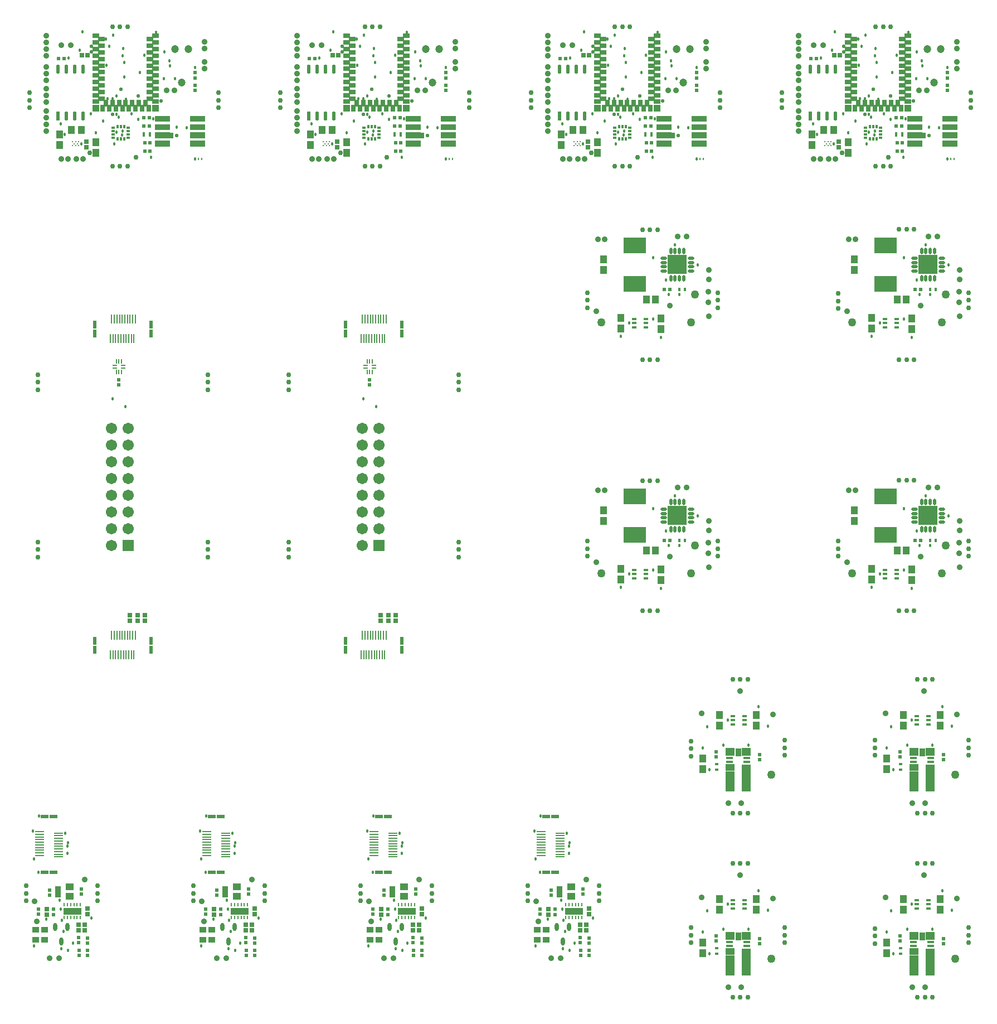
<source format=gts>
G04*
G04 #@! TF.GenerationSoftware,Altium Limited,Altium Designer,21.9.1 (22)*
G04*
G04 Layer_Color=8388736*
%FSLAX25Y25*%
%MOIN*%
G70*
G04*
G04 #@! TF.SameCoordinates,13B4354E-90E4-473D-AD5A-126374568DC2*
G04*
G04*
G04 #@! TF.FilePolarity,Negative*
G04*
G01*
G75*
%ADD10R,0.03150X0.01378*%
%ADD11R,0.03985X0.04758*%
%ADD16R,0.13500X0.09500*%
%ADD17R,0.01575X0.01968*%
%ADD18R,0.02423X0.02254*%
%ADD25R,0.02047X0.02047*%
%ADD26R,0.02578X0.00787*%
%ADD27R,0.00787X0.02578*%
%ADD28R,0.01968X0.04724*%
%ADD29R,0.00984X0.05315*%
%ADD36R,0.04100X0.01300*%
%ADD37R,0.01968X0.01575*%
%ADD38R,0.01860X0.02029*%
%ADD39R,0.02254X0.02423*%
%ADD40R,0.01860X0.01843*%
%ADD41R,0.00984X0.01181*%
%ADD42R,0.08900X0.03500*%
%ADD43R,0.11000X0.03500*%
%ADD44R,0.02047X0.02047*%
%ADD45R,0.01772X0.02657*%
%ADD46R,0.01378X0.02264*%
%ADD47R,0.02264X0.01378*%
%ADD48R,0.03961X0.05151*%
%ADD54R,0.02044X0.05588*%
G04:AMPARAMS|DCode=55|XSize=55.88mil|YSize=20.44mil|CornerRadius=10.22mil|HoleSize=0mil|Usage=FLASHONLY|Rotation=90.000|XOffset=0mil|YOffset=0mil|HoleType=Round|Shape=RoundedRectangle|*
%AMROUNDEDRECTD55*
21,1,0.05588,0.00000,0,0,90.0*
21,1,0.03544,0.02044,0,0,90.0*
1,1,0.02044,0.00000,0.01772*
1,1,0.02044,0.00000,-0.01772*
1,1,0.02044,0.00000,-0.01772*
1,1,0.02044,0.00000,0.01772*
%
%ADD55ROUNDEDRECTD55*%
%ADD56C,0.00900*%
G04:AMPARAMS|DCode=57|XSize=23.62mil|YSize=49.21mil|CornerRadius=11.81mil|HoleSize=0mil|Usage=FLASHONLY|Rotation=180.000|XOffset=0mil|YOffset=0mil|HoleType=Round|Shape=RoundedRectangle|*
%AMROUNDEDRECTD57*
21,1,0.02362,0.02559,0,0,180.0*
21,1,0.00000,0.04921,0,0,180.0*
1,1,0.02362,0.00000,0.01280*
1,1,0.02362,0.00000,0.01280*
1,1,0.02362,0.00000,-0.01280*
1,1,0.02362,0.00000,-0.01280*
%
%ADD57ROUNDEDRECTD57*%
%ADD58R,0.04724X0.01968*%
%ADD59R,0.05315X0.00984*%
%ADD62R,0.05151X0.03961*%
%ADD64R,0.01000X0.02200*%
%ADD65R,0.10800X0.04300*%
%ADD66C,0.03000*%
%ADD69C,0.01800*%
%ADD70C,0.05000*%
%ADD74C,0.02200*%
%ADD89O,0.03950X0.01981*%
%ADD90O,0.01981X0.03950*%
%ADD91R,0.11351X0.11351*%
%ADD92R,0.03950X0.04540*%
%ADD93R,0.02965X0.03162*%
%ADD94R,0.05600X0.16400*%
%ADD95R,0.03261X0.04887*%
%ADD96R,0.05600X0.12100*%
%ADD97R,0.05600X0.04000*%
%ADD98R,0.05576X0.04587*%
%ADD99R,0.02572X0.02572*%
%ADD100R,0.03937X0.03150*%
%ADD101R,0.03937X0.03937*%
%ADD102R,0.03150X0.03937*%
%ADD103R,0.03937X0.03937*%
%ADD104R,0.04343X0.03556*%
%ADD105R,0.03241X0.03398*%
%ADD106R,0.02572X0.02572*%
%ADD107C,0.03556*%
%ADD108C,0.02769*%
%ADD109R,0.06706X0.06706*%
%ADD110C,0.06706*%
%ADD111C,0.04702*%
G36*
X669981Y640632D02*
X661082D01*
Y644132D01*
X669981D01*
Y640632D01*
D02*
G37*
G36*
X648918D02*
X640019D01*
Y644132D01*
X648918D01*
Y640632D01*
D02*
G37*
G36*
X519981D02*
X511082D01*
Y644132D01*
X519981D01*
Y640632D01*
D02*
G37*
G36*
X498918D02*
X490019D01*
Y644132D01*
X498918D01*
Y640632D01*
D02*
G37*
G36*
X369982D02*
X361082D01*
Y644132D01*
X369982D01*
Y640632D01*
D02*
G37*
G36*
X348919D02*
X340019D01*
Y644132D01*
X348919D01*
Y640632D01*
D02*
G37*
G36*
X219982D02*
X211082D01*
Y644132D01*
X219982D01*
Y640632D01*
D02*
G37*
G36*
X198918D02*
X190018D01*
Y644132D01*
X198918D01*
Y640632D01*
D02*
G37*
G36*
X669981Y635711D02*
X661082D01*
Y639211D01*
X669981D01*
Y635711D01*
D02*
G37*
G36*
X648918D02*
X640019D01*
Y639211D01*
X648918D01*
Y635711D01*
D02*
G37*
G36*
X519981D02*
X511082D01*
Y639211D01*
X519981D01*
Y635711D01*
D02*
G37*
G36*
X498918D02*
X490019D01*
Y639211D01*
X498918D01*
Y635711D01*
D02*
G37*
G36*
X369982D02*
X361082D01*
Y639211D01*
X369982D01*
Y635711D01*
D02*
G37*
G36*
X348919D02*
X340019D01*
Y639211D01*
X348919D01*
Y635711D01*
D02*
G37*
G36*
X219982D02*
X211082D01*
Y639211D01*
X219982D01*
Y635711D01*
D02*
G37*
G36*
X198918D02*
X190018D01*
Y639211D01*
X198918D01*
Y635711D01*
D02*
G37*
G36*
X669981Y630789D02*
X661082D01*
Y634289D01*
X669981D01*
Y630789D01*
D02*
G37*
G36*
X648918D02*
X640019D01*
Y634289D01*
X648918D01*
Y630789D01*
D02*
G37*
G36*
X519981D02*
X511082D01*
Y634289D01*
X519981D01*
Y630789D01*
D02*
G37*
G36*
X498918D02*
X490019D01*
Y634289D01*
X498918D01*
Y630789D01*
D02*
G37*
G36*
X369982D02*
X361082D01*
Y634289D01*
X369982D01*
Y630789D01*
D02*
G37*
G36*
X348919D02*
X340019D01*
Y634289D01*
X348919D01*
Y630789D01*
D02*
G37*
G36*
X219982D02*
X211082D01*
Y634289D01*
X219982D01*
Y630789D01*
D02*
G37*
G36*
X198918D02*
X190018D01*
Y634289D01*
X198918D01*
Y630789D01*
D02*
G37*
G36*
X669981Y625868D02*
X661082D01*
Y629368D01*
X669981D01*
Y625868D01*
D02*
G37*
G36*
X648918D02*
X640019D01*
Y629368D01*
X648918D01*
Y625868D01*
D02*
G37*
G36*
X519981D02*
X511082D01*
Y629368D01*
X519981D01*
Y625868D01*
D02*
G37*
G36*
X498918D02*
X490019D01*
Y629368D01*
X498918D01*
Y625868D01*
D02*
G37*
G36*
X369982D02*
X361082D01*
Y629368D01*
X369982D01*
Y625868D01*
D02*
G37*
G36*
X348919D02*
X340019D01*
Y629368D01*
X348919D01*
Y625868D01*
D02*
G37*
G36*
X219982D02*
X211082D01*
Y629368D01*
X219982D01*
Y625868D01*
D02*
G37*
G36*
X198918D02*
X190018D01*
Y629368D01*
X198918D01*
Y625868D01*
D02*
G37*
D10*
X476500Y372918D02*
D03*
Y370359D02*
D03*
Y367800D02*
D03*
X483705D02*
D03*
Y370359D02*
D03*
Y372918D02*
D03*
X626500D02*
D03*
Y370359D02*
D03*
Y367800D02*
D03*
X633705D02*
D03*
Y370359D02*
D03*
Y372918D02*
D03*
X476500Y522918D02*
D03*
Y520359D02*
D03*
Y517800D02*
D03*
X483705D02*
D03*
Y520359D02*
D03*
Y522918D02*
D03*
X626500D02*
D03*
Y520359D02*
D03*
Y517800D02*
D03*
X633705D02*
D03*
Y520359D02*
D03*
Y522918D02*
D03*
X542705Y175559D02*
D03*
Y173000D02*
D03*
Y170441D02*
D03*
X535500D02*
D03*
Y173000D02*
D03*
Y175559D02*
D03*
X652705D02*
D03*
Y173000D02*
D03*
Y170441D02*
D03*
X645500D02*
D03*
Y173000D02*
D03*
Y175559D02*
D03*
X542705Y285559D02*
D03*
Y283000D02*
D03*
Y280441D02*
D03*
X535500D02*
D03*
Y283000D02*
D03*
Y285559D02*
D03*
X652705D02*
D03*
Y283000D02*
D03*
Y280441D02*
D03*
X645500D02*
D03*
Y283000D02*
D03*
Y285559D02*
D03*
D11*
X468602Y367202D02*
D03*
Y373516D02*
D03*
X492602Y366702D02*
D03*
Y373016D02*
D03*
X458400Y402143D02*
D03*
Y408457D02*
D03*
X618602Y367202D02*
D03*
Y373516D02*
D03*
X642602Y366702D02*
D03*
Y373016D02*
D03*
X608400Y402143D02*
D03*
Y408457D02*
D03*
X468602Y517202D02*
D03*
Y523516D02*
D03*
X492602Y516702D02*
D03*
Y523016D02*
D03*
X458400Y552143D02*
D03*
Y558457D02*
D03*
X618602Y517202D02*
D03*
Y523516D02*
D03*
X642602Y516702D02*
D03*
Y523016D02*
D03*
X608400Y552143D02*
D03*
Y558457D02*
D03*
X549500Y176157D02*
D03*
Y169843D02*
D03*
X527500Y176157D02*
D03*
Y169843D02*
D03*
X517500Y150157D02*
D03*
Y143843D02*
D03*
X659500Y176157D02*
D03*
Y169843D02*
D03*
X637500Y176157D02*
D03*
Y169843D02*
D03*
X627500Y150157D02*
D03*
Y143843D02*
D03*
X549500Y286157D02*
D03*
Y279843D02*
D03*
X527500Y286157D02*
D03*
Y279843D02*
D03*
X517500Y260157D02*
D03*
Y253843D02*
D03*
X659500Y286157D02*
D03*
Y279843D02*
D03*
X637500Y286157D02*
D03*
Y279843D02*
D03*
X627500Y260157D02*
D03*
Y253843D02*
D03*
X154500Y628500D02*
D03*
Y622186D02*
D03*
X132984Y626615D02*
D03*
Y632929D02*
D03*
X304500Y628500D02*
D03*
Y622186D02*
D03*
X282984Y626615D02*
D03*
Y632929D02*
D03*
X454500Y628500D02*
D03*
Y622186D02*
D03*
X432984Y626615D02*
D03*
Y632929D02*
D03*
X604500Y628500D02*
D03*
Y622186D02*
D03*
X582984Y626615D02*
D03*
Y632929D02*
D03*
D16*
X476900Y416800D02*
D03*
Y393800D02*
D03*
X626900Y416800D02*
D03*
Y393800D02*
D03*
X476900Y566800D02*
D03*
Y543800D02*
D03*
X626900Y566800D02*
D03*
Y543800D02*
D03*
D17*
X506900Y390300D02*
D03*
X503750D02*
D03*
X656900D02*
D03*
X653750D02*
D03*
X506900Y540300D02*
D03*
X503750D02*
D03*
X656900D02*
D03*
X653750D02*
D03*
D18*
X494713Y390300D02*
D03*
X498087D02*
D03*
X644713D02*
D03*
X648087D02*
D03*
X494713Y540300D02*
D03*
X498087D02*
D03*
X644713D02*
D03*
X648087D02*
D03*
D25*
X318417Y483331D02*
D03*
Y486481D02*
D03*
X168417Y483331D02*
D03*
Y486481D02*
D03*
X525500Y150925D02*
D03*
Y154075D02*
D03*
X635500Y150925D02*
D03*
Y154075D02*
D03*
X525500Y260925D02*
D03*
Y264075D02*
D03*
X635500Y260925D02*
D03*
Y264075D02*
D03*
X449685Y145575D02*
D03*
Y142425D02*
D03*
X349685Y145575D02*
D03*
Y142425D02*
D03*
X249685Y145575D02*
D03*
Y142425D02*
D03*
X149685Y145575D02*
D03*
Y142425D02*
D03*
D26*
X320887Y495053D02*
D03*
Y493478D02*
D03*
X315947D02*
D03*
Y495053D02*
D03*
X170887D02*
D03*
Y493478D02*
D03*
X165947D02*
D03*
Y495053D02*
D03*
D27*
X319992Y491205D02*
D03*
X318417D02*
D03*
X316842D02*
D03*
Y497326D02*
D03*
X318417D02*
D03*
X319992D02*
D03*
X169992Y491205D02*
D03*
X168417D02*
D03*
X166842D02*
D03*
Y497326D02*
D03*
X168417D02*
D03*
X169992D02*
D03*
D28*
X337511Y514040D02*
D03*
X304047D02*
D03*
X337511Y519552D02*
D03*
X304047D02*
D03*
X337511Y325063D02*
D03*
X304047D02*
D03*
X337511Y330575D02*
D03*
X304047D02*
D03*
X187512Y514040D02*
D03*
X154047D02*
D03*
X187512Y519552D02*
D03*
X154047D02*
D03*
X187512Y325063D02*
D03*
X154047D02*
D03*
X187512Y330575D02*
D03*
X154047D02*
D03*
D29*
X328279Y522603D02*
D03*
X326704D02*
D03*
X325130D02*
D03*
X323555D02*
D03*
X321980D02*
D03*
X320405D02*
D03*
X318830D02*
D03*
X317256D02*
D03*
X315681D02*
D03*
X314106D02*
D03*
X327452Y510989D02*
D03*
X325878D02*
D03*
X324303D02*
D03*
X322728D02*
D03*
X321153D02*
D03*
X319578D02*
D03*
X318004D02*
D03*
X316429D02*
D03*
X314854D02*
D03*
X313279D02*
D03*
X328279Y333626D02*
D03*
X326704D02*
D03*
X325130D02*
D03*
X323555D02*
D03*
X321980D02*
D03*
X320405D02*
D03*
X318830D02*
D03*
X317256D02*
D03*
X315681D02*
D03*
X314106D02*
D03*
X327452Y322012D02*
D03*
X325878D02*
D03*
X324303D02*
D03*
X322728D02*
D03*
X321153D02*
D03*
X319578D02*
D03*
X318004D02*
D03*
X316429D02*
D03*
X314854D02*
D03*
X313279D02*
D03*
X178279Y522603D02*
D03*
X176704D02*
D03*
X175130D02*
D03*
X173555D02*
D03*
X171980D02*
D03*
X170405D02*
D03*
X168830D02*
D03*
X167256D02*
D03*
X165681D02*
D03*
X164106D02*
D03*
X177452Y510989D02*
D03*
X175878D02*
D03*
X174303D02*
D03*
X172728D02*
D03*
X171153D02*
D03*
X169578D02*
D03*
X168004D02*
D03*
X166429D02*
D03*
X164854D02*
D03*
X163279D02*
D03*
X178279Y333626D02*
D03*
X176704D02*
D03*
X175130D02*
D03*
X173555D02*
D03*
X171980D02*
D03*
X170405D02*
D03*
X168830D02*
D03*
X167256D02*
D03*
X165681D02*
D03*
X164106D02*
D03*
X177452Y322012D02*
D03*
X175878D02*
D03*
X174303D02*
D03*
X172728D02*
D03*
X171153D02*
D03*
X169578D02*
D03*
X168004D02*
D03*
X166429D02*
D03*
X164854D02*
D03*
X163279D02*
D03*
D36*
X544000Y148000D02*
D03*
Y150362D02*
D03*
X533724Y148000D02*
D03*
Y150362D02*
D03*
X654000Y148000D02*
D03*
Y150362D02*
D03*
X643724Y148000D02*
D03*
Y150362D02*
D03*
X544000Y258000D02*
D03*
Y260362D02*
D03*
X533724Y258000D02*
D03*
Y260362D02*
D03*
X654000Y258000D02*
D03*
Y260362D02*
D03*
X643724Y258000D02*
D03*
Y260362D02*
D03*
D37*
X526000Y143500D02*
D03*
Y146650D02*
D03*
X636000Y143500D02*
D03*
Y146650D02*
D03*
X526000Y253500D02*
D03*
Y256650D02*
D03*
X636000Y253500D02*
D03*
Y256650D02*
D03*
D38*
X551500Y149510D02*
D03*
Y152490D02*
D03*
X661500Y149510D02*
D03*
Y152490D02*
D03*
X551500Y259510D02*
D03*
Y262490D02*
D03*
X661500Y259510D02*
D03*
Y262490D02*
D03*
X420185Y167210D02*
D03*
Y170190D02*
D03*
X444285Y150010D02*
D03*
Y152990D02*
D03*
X449585Y149910D02*
D03*
Y152890D02*
D03*
X444485Y145490D02*
D03*
Y142510D02*
D03*
X320185Y167210D02*
D03*
Y170190D02*
D03*
X344285Y150010D02*
D03*
Y152990D02*
D03*
X349585Y149910D02*
D03*
Y152890D02*
D03*
X344485Y145490D02*
D03*
Y142510D02*
D03*
X220185Y167210D02*
D03*
Y170190D02*
D03*
X244285Y150010D02*
D03*
Y152990D02*
D03*
X249585Y149910D02*
D03*
Y152890D02*
D03*
X244485Y145490D02*
D03*
Y142510D02*
D03*
X120185Y167210D02*
D03*
Y170190D02*
D03*
X144285Y150010D02*
D03*
Y152990D02*
D03*
X149585Y149910D02*
D03*
Y152890D02*
D03*
X144485Y145490D02*
D03*
Y142510D02*
D03*
D39*
X214000Y666813D02*
D03*
Y670187D02*
D03*
X364000Y666813D02*
D03*
Y670187D02*
D03*
X514000Y666813D02*
D03*
Y670187D02*
D03*
X664000Y666813D02*
D03*
Y670187D02*
D03*
D40*
X214000Y662583D02*
D03*
Y659417D02*
D03*
X364000Y662583D02*
D03*
Y659417D02*
D03*
X514000Y662583D02*
D03*
Y659417D02*
D03*
X664000Y662583D02*
D03*
Y659417D02*
D03*
X446035Y179024D02*
D03*
Y182190D02*
D03*
X427085Y178417D02*
D03*
Y181583D02*
D03*
X429285Y166817D02*
D03*
Y169983D02*
D03*
X346035Y179024D02*
D03*
Y182190D02*
D03*
X327085Y178417D02*
D03*
Y181583D02*
D03*
X329285Y166817D02*
D03*
Y169983D02*
D03*
X246035Y179024D02*
D03*
Y182190D02*
D03*
X227085Y178417D02*
D03*
Y181583D02*
D03*
X229285Y166817D02*
D03*
Y169983D02*
D03*
X146035Y179024D02*
D03*
Y182190D02*
D03*
X127085Y178417D02*
D03*
Y181583D02*
D03*
X129285Y166817D02*
D03*
Y169983D02*
D03*
D41*
X216000Y618500D02*
D03*
X217870D02*
D03*
X366000D02*
D03*
X367870D02*
D03*
X516000D02*
D03*
X517870D02*
D03*
X666000D02*
D03*
X667870D02*
D03*
D42*
X215531Y642382D02*
D03*
Y637461D02*
D03*
Y632539D02*
D03*
Y627618D02*
D03*
X194468D02*
D03*
Y637461D02*
D03*
Y642382D02*
D03*
X365531D02*
D03*
Y637461D02*
D03*
Y632539D02*
D03*
Y627618D02*
D03*
X344468D02*
D03*
Y637461D02*
D03*
Y642382D02*
D03*
X515531D02*
D03*
Y637461D02*
D03*
Y632539D02*
D03*
Y627618D02*
D03*
X494468D02*
D03*
Y637461D02*
D03*
Y642382D02*
D03*
X665531D02*
D03*
Y637461D02*
D03*
Y632539D02*
D03*
Y627618D02*
D03*
X644468D02*
D03*
Y637461D02*
D03*
Y642382D02*
D03*
D43*
X195519Y632539D02*
D03*
X345518D02*
D03*
X495518D02*
D03*
X645518D02*
D03*
D44*
X183463Y643057D02*
D03*
X186612D02*
D03*
X183425Y638000D02*
D03*
X186575D02*
D03*
X132425Y678500D02*
D03*
X135575D02*
D03*
X183925Y623000D02*
D03*
X187075D02*
D03*
Y628000D02*
D03*
X183925D02*
D03*
X333463Y643057D02*
D03*
X336612D02*
D03*
X333425Y638000D02*
D03*
X336575D02*
D03*
X282425Y678500D02*
D03*
X285575D02*
D03*
X333925Y623000D02*
D03*
X337075D02*
D03*
Y628000D02*
D03*
X333925D02*
D03*
X483463Y643057D02*
D03*
X486612D02*
D03*
X483425Y638000D02*
D03*
X486575D02*
D03*
X432425Y678500D02*
D03*
X435575D02*
D03*
X483925Y623000D02*
D03*
X487075D02*
D03*
Y628000D02*
D03*
X483925D02*
D03*
X633463Y643057D02*
D03*
X636612D02*
D03*
X633425Y638000D02*
D03*
X636575D02*
D03*
X582425Y678500D02*
D03*
X585575D02*
D03*
X633925Y623000D02*
D03*
X637075D02*
D03*
Y628000D02*
D03*
X633925D02*
D03*
D45*
X183179Y633000D02*
D03*
X186821D02*
D03*
X333179D02*
D03*
X336821D02*
D03*
X483179D02*
D03*
X486821D02*
D03*
X633179D02*
D03*
X636821D02*
D03*
D46*
X167532Y637593D02*
D03*
X169500D02*
D03*
X171468D02*
D03*
Y630407D02*
D03*
X169500D02*
D03*
X167532D02*
D03*
X317531Y637593D02*
D03*
X319500D02*
D03*
X321468D02*
D03*
Y630407D02*
D03*
X319500D02*
D03*
X317531D02*
D03*
X467531Y637593D02*
D03*
X469500D02*
D03*
X471468D02*
D03*
Y630407D02*
D03*
X469500D02*
D03*
X467531D02*
D03*
X617531Y637593D02*
D03*
X619500D02*
D03*
X621468D02*
D03*
Y630407D02*
D03*
X619500D02*
D03*
X617531D02*
D03*
D47*
X174077Y636953D02*
D03*
Y634984D02*
D03*
Y633016D02*
D03*
Y631047D02*
D03*
X164923D02*
D03*
Y633016D02*
D03*
Y634984D02*
D03*
Y636953D02*
D03*
X324077D02*
D03*
Y634984D02*
D03*
Y633016D02*
D03*
Y631047D02*
D03*
X314923D02*
D03*
Y633016D02*
D03*
Y634984D02*
D03*
Y636953D02*
D03*
X474077D02*
D03*
Y634984D02*
D03*
Y633016D02*
D03*
Y631047D02*
D03*
X464923D02*
D03*
Y633016D02*
D03*
Y634984D02*
D03*
Y636953D02*
D03*
X624077D02*
D03*
Y634984D02*
D03*
Y633016D02*
D03*
Y631047D02*
D03*
X614923D02*
D03*
Y633016D02*
D03*
Y634984D02*
D03*
Y636953D02*
D03*
D48*
X140126Y635772D02*
D03*
X145843D02*
D03*
X290126D02*
D03*
X295843D02*
D03*
X440126D02*
D03*
X445843D02*
D03*
X590126D02*
D03*
X595843D02*
D03*
D54*
X132000Y643934D02*
D03*
X282000D02*
D03*
X432000D02*
D03*
X582000D02*
D03*
D55*
X137000D02*
D03*
X142000D02*
D03*
X147000D02*
D03*
Y672066D02*
D03*
X142000D02*
D03*
X137000D02*
D03*
X132000D02*
D03*
X287000Y643934D02*
D03*
X292000D02*
D03*
X297000D02*
D03*
Y672066D02*
D03*
X292000D02*
D03*
X287000D02*
D03*
X282000D02*
D03*
X437000Y643934D02*
D03*
X442000D02*
D03*
X447000D02*
D03*
Y672066D02*
D03*
X442000D02*
D03*
X437000D02*
D03*
X432000D02*
D03*
X587000Y643934D02*
D03*
X592000D02*
D03*
X597000D02*
D03*
Y672066D02*
D03*
X592000D02*
D03*
X587000D02*
D03*
X582000D02*
D03*
D56*
X140516Y626272D02*
D03*
Y628728D02*
D03*
X141500Y627500D02*
D03*
X142484Y626272D02*
D03*
Y628728D02*
D03*
X143468Y627500D02*
D03*
X144453Y626272D02*
D03*
Y628728D02*
D03*
X290516Y626272D02*
D03*
Y628728D02*
D03*
X291500Y627500D02*
D03*
X292484Y626272D02*
D03*
Y628728D02*
D03*
X293468Y627500D02*
D03*
X294453Y626272D02*
D03*
Y628728D02*
D03*
X440516Y626272D02*
D03*
Y628728D02*
D03*
X441500Y627500D02*
D03*
X442484Y626272D02*
D03*
Y628728D02*
D03*
X443469Y627500D02*
D03*
X444453Y626272D02*
D03*
Y628728D02*
D03*
X590516Y626272D02*
D03*
Y628728D02*
D03*
X591500Y627500D02*
D03*
X592484Y626272D02*
D03*
Y628728D02*
D03*
X593469Y627500D02*
D03*
X594453Y626272D02*
D03*
Y628728D02*
D03*
D57*
X433885Y150800D02*
D03*
X430145Y159265D02*
D03*
X437625D02*
D03*
X333885Y150800D02*
D03*
X330145Y159265D02*
D03*
X337625D02*
D03*
X233885Y150800D02*
D03*
X230145Y159265D02*
D03*
X237625D02*
D03*
X133885Y150800D02*
D03*
X130145Y159265D02*
D03*
X137625D02*
D03*
D58*
X423873Y192100D02*
D03*
Y225565D02*
D03*
X429385Y192100D02*
D03*
Y225565D02*
D03*
X323873Y192100D02*
D03*
Y225565D02*
D03*
X329385Y192100D02*
D03*
Y225565D02*
D03*
X223873Y192100D02*
D03*
Y225565D02*
D03*
X229385Y192100D02*
D03*
Y225565D02*
D03*
X123873Y192100D02*
D03*
Y225565D02*
D03*
X129385Y192100D02*
D03*
Y225565D02*
D03*
D59*
X432436Y201332D02*
D03*
Y202907D02*
D03*
Y204482D02*
D03*
Y206057D02*
D03*
Y207631D02*
D03*
Y209206D02*
D03*
Y210781D02*
D03*
Y212356D02*
D03*
Y213931D02*
D03*
Y215506D02*
D03*
X420822Y202159D02*
D03*
Y203734D02*
D03*
Y205309D02*
D03*
Y206884D02*
D03*
Y208458D02*
D03*
Y210033D02*
D03*
Y211608D02*
D03*
Y213183D02*
D03*
Y214757D02*
D03*
Y216332D02*
D03*
X332436Y201332D02*
D03*
Y202907D02*
D03*
Y204482D02*
D03*
Y206057D02*
D03*
Y207631D02*
D03*
Y209206D02*
D03*
Y210781D02*
D03*
Y212356D02*
D03*
Y213931D02*
D03*
Y215506D02*
D03*
X320822Y202159D02*
D03*
Y203734D02*
D03*
Y205309D02*
D03*
Y206884D02*
D03*
Y208458D02*
D03*
Y210033D02*
D03*
Y211608D02*
D03*
Y213183D02*
D03*
Y214757D02*
D03*
Y216332D02*
D03*
X232436Y201332D02*
D03*
Y202907D02*
D03*
Y204482D02*
D03*
Y206057D02*
D03*
Y207631D02*
D03*
Y209206D02*
D03*
Y210781D02*
D03*
Y212356D02*
D03*
Y213931D02*
D03*
Y215506D02*
D03*
X220822Y202159D02*
D03*
Y203734D02*
D03*
Y205309D02*
D03*
Y206884D02*
D03*
Y208458D02*
D03*
Y210033D02*
D03*
Y211608D02*
D03*
Y213183D02*
D03*
Y214757D02*
D03*
Y216332D02*
D03*
X132436Y201332D02*
D03*
Y202907D02*
D03*
Y204482D02*
D03*
Y206057D02*
D03*
Y207631D02*
D03*
Y209206D02*
D03*
Y210781D02*
D03*
Y212356D02*
D03*
Y213931D02*
D03*
Y215506D02*
D03*
X120822Y202159D02*
D03*
Y203734D02*
D03*
Y205309D02*
D03*
Y206884D02*
D03*
Y208458D02*
D03*
Y210033D02*
D03*
Y211608D02*
D03*
Y213183D02*
D03*
Y214757D02*
D03*
Y216332D02*
D03*
D62*
X438885Y177741D02*
D03*
Y183459D02*
D03*
X338885Y177741D02*
D03*
Y183459D02*
D03*
X238885Y177741D02*
D03*
Y183459D02*
D03*
X138885Y177741D02*
D03*
Y183459D02*
D03*
D64*
X445407Y172750D02*
D03*
X443438D02*
D03*
X441469D02*
D03*
X439501D02*
D03*
X437532D02*
D03*
X435563D02*
D03*
Y165050D02*
D03*
X437532D02*
D03*
X439501D02*
D03*
X441469D02*
D03*
X443438D02*
D03*
X445407D02*
D03*
X345408Y172750D02*
D03*
X343439D02*
D03*
X341470D02*
D03*
X339500D02*
D03*
X337531D02*
D03*
X335562D02*
D03*
Y165050D02*
D03*
X337531D02*
D03*
X339500D02*
D03*
X341470D02*
D03*
X343439D02*
D03*
X345408D02*
D03*
X245408Y172750D02*
D03*
X243439D02*
D03*
X241470D02*
D03*
X239500D02*
D03*
X237531D02*
D03*
X235562D02*
D03*
Y165050D02*
D03*
X237531D02*
D03*
X239500D02*
D03*
X241470D02*
D03*
X243439D02*
D03*
X245408D02*
D03*
X145407Y172750D02*
D03*
X143438D02*
D03*
X141470D02*
D03*
X139500D02*
D03*
X137531D02*
D03*
X135563D02*
D03*
Y165050D02*
D03*
X137531D02*
D03*
X139500D02*
D03*
X141470D02*
D03*
X143438D02*
D03*
X145407D02*
D03*
D65*
X440485Y168900D02*
D03*
X340485D02*
D03*
X240485D02*
D03*
X140485D02*
D03*
D66*
X371500Y480500D02*
D03*
Y485000D02*
D03*
Y489500D02*
D03*
Y380500D02*
D03*
Y385000D02*
D03*
Y389500D02*
D03*
X270000Y380500D02*
D03*
Y385000D02*
D03*
Y389500D02*
D03*
X221500Y380500D02*
D03*
Y385000D02*
D03*
Y389500D02*
D03*
X270000Y480500D02*
D03*
Y485000D02*
D03*
Y489500D02*
D03*
X221500Y480500D02*
D03*
Y485000D02*
D03*
Y489500D02*
D03*
X120000Y480500D02*
D03*
Y485000D02*
D03*
Y489500D02*
D03*
Y380500D02*
D03*
Y385000D02*
D03*
Y389500D02*
D03*
X113000Y175000D02*
D03*
Y179500D02*
D03*
Y184000D02*
D03*
X155500Y175000D02*
D03*
Y179500D02*
D03*
Y184000D02*
D03*
X213000Y175000D02*
D03*
Y179500D02*
D03*
Y184000D02*
D03*
X255500Y175000D02*
D03*
Y179500D02*
D03*
Y184000D02*
D03*
X313000Y175000D02*
D03*
Y179500D02*
D03*
Y184000D02*
D03*
X355500Y175000D02*
D03*
Y179500D02*
D03*
Y184000D02*
D03*
X413000Y175000D02*
D03*
Y179500D02*
D03*
Y184000D02*
D03*
X455500Y175000D02*
D03*
Y179500D02*
D03*
Y184000D02*
D03*
X510500Y261500D02*
D03*
Y266000D02*
D03*
Y270500D02*
D03*
X566500Y262000D02*
D03*
Y266500D02*
D03*
Y271000D02*
D03*
X544500Y307500D02*
D03*
X540000D02*
D03*
X535500D02*
D03*
X544500Y227500D02*
D03*
X540000D02*
D03*
X535500D02*
D03*
X544500Y197500D02*
D03*
X540000D02*
D03*
X535500D02*
D03*
X544500Y117500D02*
D03*
X540000D02*
D03*
X535500D02*
D03*
X510500Y150000D02*
D03*
Y154500D02*
D03*
Y159000D02*
D03*
X566500Y150000D02*
D03*
Y154500D02*
D03*
Y159000D02*
D03*
X655000Y117500D02*
D03*
X650500D02*
D03*
X646000D02*
D03*
X620500Y149500D02*
D03*
Y154000D02*
D03*
Y158500D02*
D03*
X676500Y150000D02*
D03*
Y154500D02*
D03*
Y159000D02*
D03*
X655000Y197500D02*
D03*
X650500D02*
D03*
X646000D02*
D03*
X655000Y227500D02*
D03*
X650500D02*
D03*
X646000D02*
D03*
X620500Y262000D02*
D03*
Y266500D02*
D03*
Y271000D02*
D03*
X676500Y262000D02*
D03*
Y266500D02*
D03*
Y271000D02*
D03*
X655000Y307500D02*
D03*
X650500D02*
D03*
X646000D02*
D03*
X644000Y348500D02*
D03*
X639500D02*
D03*
X635000D02*
D03*
X676500Y381000D02*
D03*
Y385500D02*
D03*
Y390000D02*
D03*
X644000Y426500D02*
D03*
X639500D02*
D03*
X635000D02*
D03*
X598500Y381000D02*
D03*
Y385500D02*
D03*
Y390000D02*
D03*
X448500Y381000D02*
D03*
Y385500D02*
D03*
Y390000D02*
D03*
X490500Y348500D02*
D03*
X486000D02*
D03*
X481500D02*
D03*
X526500Y381000D02*
D03*
Y385500D02*
D03*
Y390000D02*
D03*
X490500Y426000D02*
D03*
X486000D02*
D03*
X481500D02*
D03*
X644000Y498500D02*
D03*
X639500D02*
D03*
X635000D02*
D03*
X676500Y529500D02*
D03*
Y534000D02*
D03*
Y538500D02*
D03*
X644000Y576500D02*
D03*
X639500D02*
D03*
X635000D02*
D03*
X598500Y529000D02*
D03*
Y533500D02*
D03*
Y538000D02*
D03*
X490500Y498500D02*
D03*
X486000D02*
D03*
X481500D02*
D03*
X526500Y529500D02*
D03*
Y534000D02*
D03*
Y538500D02*
D03*
X448500Y529500D02*
D03*
Y534000D02*
D03*
Y538500D02*
D03*
X490500Y576000D02*
D03*
X486000D02*
D03*
X481500D02*
D03*
X378000Y649000D02*
D03*
Y653500D02*
D03*
Y658000D02*
D03*
X265000Y649000D02*
D03*
Y653500D02*
D03*
Y658000D02*
D03*
X228000Y649000D02*
D03*
Y653500D02*
D03*
Y658000D02*
D03*
X115000Y649000D02*
D03*
Y653500D02*
D03*
Y658000D02*
D03*
X173500Y614000D02*
D03*
X169000D02*
D03*
X164500D02*
D03*
X324500D02*
D03*
X320000D02*
D03*
X315500D02*
D03*
X173500Y697500D02*
D03*
X169000D02*
D03*
X164500D02*
D03*
X324500D02*
D03*
X320000D02*
D03*
X315500D02*
D03*
X630000Y614000D02*
D03*
X625500D02*
D03*
X621000D02*
D03*
X678000Y649000D02*
D03*
Y653500D02*
D03*
Y658000D02*
D03*
X630000Y697500D02*
D03*
X625500D02*
D03*
X621000D02*
D03*
X565000Y649000D02*
D03*
Y653500D02*
D03*
Y658000D02*
D03*
X474000Y614000D02*
D03*
X469500D02*
D03*
X465000D02*
D03*
X474000Y697500D02*
D03*
X469500D02*
D03*
X465000D02*
D03*
X528009Y648979D02*
D03*
Y653479D02*
D03*
Y657979D02*
D03*
X415000Y658000D02*
D03*
Y653500D02*
D03*
Y649000D02*
D03*
X151000Y622000D02*
D03*
X178500Y619500D02*
D03*
X301000Y622000D02*
D03*
X328500Y619500D02*
D03*
X451000Y622000D02*
D03*
X478500Y619500D02*
D03*
X601000Y622000D02*
D03*
X628500Y619500D02*
D03*
D69*
X488091Y409553D02*
D03*
X495700Y396000D02*
D03*
X497300Y387278D02*
D03*
X503788Y387413D02*
D03*
X514500Y405200D02*
D03*
X501121Y417000D02*
D03*
X492600Y361700D02*
D03*
X468600Y362500D02*
D03*
X488100Y372600D02*
D03*
X473700Y370400D02*
D03*
X638091Y409553D02*
D03*
X645700Y396000D02*
D03*
X647300Y387278D02*
D03*
X653788Y387413D02*
D03*
X664500Y405200D02*
D03*
X651121Y417000D02*
D03*
X642600Y361700D02*
D03*
X618600Y362500D02*
D03*
X638100Y372600D02*
D03*
X623700Y370400D02*
D03*
X488091Y559553D02*
D03*
X495700Y546000D02*
D03*
X497300Y537278D02*
D03*
X503788Y537413D02*
D03*
X514500Y555200D02*
D03*
X501121Y567000D02*
D03*
X492600Y511700D02*
D03*
X468600Y512500D02*
D03*
X488100Y522600D02*
D03*
X473700Y520400D02*
D03*
X638091Y559553D02*
D03*
X645700Y546000D02*
D03*
X647300Y537278D02*
D03*
X653788Y537413D02*
D03*
X664500Y555200D02*
D03*
X651121Y567000D02*
D03*
X642600Y511700D02*
D03*
X618600Y512500D02*
D03*
X638100Y522600D02*
D03*
X623700Y520400D02*
D03*
X322161Y470316D02*
D03*
X314690Y475065D02*
D03*
X172161Y470316D02*
D03*
X164690Y475065D02*
D03*
X550870Y181225D02*
D03*
X532610Y173029D02*
D03*
X556650Y169500D02*
D03*
X520350Y169203D02*
D03*
X517575Y156276D02*
D03*
X521500Y143500D02*
D03*
X530000Y158000D02*
D03*
X545000D02*
D03*
X660870Y181225D02*
D03*
X642610Y173029D02*
D03*
X666650Y169500D02*
D03*
X630350Y169203D02*
D03*
X627575Y156276D02*
D03*
X631500Y143500D02*
D03*
X640000Y158000D02*
D03*
X655000D02*
D03*
X550870Y291225D02*
D03*
X532610Y283030D02*
D03*
X556650Y279500D02*
D03*
X520350Y279203D02*
D03*
X517575Y266276D02*
D03*
X521500Y253500D02*
D03*
X530000Y268000D02*
D03*
X545000D02*
D03*
X660870Y291225D02*
D03*
X642610Y283030D02*
D03*
X666650Y279500D02*
D03*
X630350Y279203D02*
D03*
X627575Y266276D02*
D03*
X631500Y253500D02*
D03*
X640000Y268000D02*
D03*
X655000D02*
D03*
X154500Y634000D02*
D03*
X166914Y645117D02*
D03*
X168214Y643342D02*
D03*
X180000Y642000D02*
D03*
X170728Y634996D02*
D03*
X167128Y634357D02*
D03*
X187635Y619259D02*
D03*
X165500Y627500D02*
D03*
X171000Y684500D02*
D03*
X170491Y680009D02*
D03*
X171500Y676000D02*
D03*
Y667500D02*
D03*
X170450Y632651D02*
D03*
X172500Y654000D02*
D03*
X198500Y677000D02*
D03*
X202000Y666500D02*
D03*
X214000Y673000D02*
D03*
X146500Y694500D02*
D03*
X138282Y678786D02*
D03*
X145000Y683500D02*
D03*
X162500Y685900D02*
D03*
X165000Y692500D02*
D03*
X160500Y690000D02*
D03*
X183500Y680500D02*
D03*
X195217Y666583D02*
D03*
X195500Y682500D02*
D03*
X161000Y674500D02*
D03*
X199000Y674000D02*
D03*
X164617Y654409D02*
D03*
X161500Y654500D02*
D03*
X166979Y656141D02*
D03*
X214000Y618500D02*
D03*
X209000Y637000D02*
D03*
X189000Y642500D02*
D03*
X190634Y693995D02*
D03*
X203000Y637500D02*
D03*
X181000Y670000D02*
D03*
X158976Y641160D02*
D03*
X176000Y645500D02*
D03*
X133500Y639500D02*
D03*
X151528Y645472D02*
D03*
X136000Y633000D02*
D03*
X146000Y627500D02*
D03*
X304500Y634000D02*
D03*
X316915Y645117D02*
D03*
X318214Y643342D02*
D03*
X330000Y642000D02*
D03*
X320728Y634996D02*
D03*
X317128Y634357D02*
D03*
X337635Y619259D02*
D03*
X315500Y627500D02*
D03*
X321000Y684500D02*
D03*
X320491Y680009D02*
D03*
X321500Y676000D02*
D03*
Y667500D02*
D03*
X320450Y632651D02*
D03*
X322500Y654000D02*
D03*
X348500Y677000D02*
D03*
X352000Y666500D02*
D03*
X364000Y673000D02*
D03*
X296500Y694500D02*
D03*
X288282Y678786D02*
D03*
X295000Y683500D02*
D03*
X312500Y685900D02*
D03*
X315000Y692500D02*
D03*
X310500Y690000D02*
D03*
X333500Y680500D02*
D03*
X345217Y666583D02*
D03*
X345500Y682500D02*
D03*
X311000Y674500D02*
D03*
X349000Y674000D02*
D03*
X314617Y654409D02*
D03*
X311500Y654500D02*
D03*
X316979Y656141D02*
D03*
X364000Y618500D02*
D03*
X359000Y637000D02*
D03*
X339000Y642500D02*
D03*
X340634Y693995D02*
D03*
X353000Y637500D02*
D03*
X331000Y670000D02*
D03*
X308976Y641160D02*
D03*
X326000Y645500D02*
D03*
X283500Y639500D02*
D03*
X301528Y645472D02*
D03*
X286000Y633000D02*
D03*
X296000Y627500D02*
D03*
X454500Y634000D02*
D03*
X466915Y645117D02*
D03*
X468214Y643342D02*
D03*
X480000Y642000D02*
D03*
X470728Y634996D02*
D03*
X467128Y634357D02*
D03*
X487635Y619259D02*
D03*
X465500Y627500D02*
D03*
X471000Y684500D02*
D03*
X470491Y680009D02*
D03*
X471500Y676000D02*
D03*
Y667500D02*
D03*
X470450Y632651D02*
D03*
X472500Y654000D02*
D03*
X498500Y677000D02*
D03*
X502000Y666500D02*
D03*
X514000Y673000D02*
D03*
X446500Y694500D02*
D03*
X438282Y678786D02*
D03*
X445000Y683500D02*
D03*
X462500Y685900D02*
D03*
X465000Y692500D02*
D03*
X460500Y690000D02*
D03*
X483500Y680500D02*
D03*
X495217Y666583D02*
D03*
X495500Y682500D02*
D03*
X461000Y674500D02*
D03*
X499000Y674000D02*
D03*
X464617Y654409D02*
D03*
X461500Y654500D02*
D03*
X466979Y656141D02*
D03*
X514000Y618500D02*
D03*
X509000Y637000D02*
D03*
X489000Y642500D02*
D03*
X490634Y693995D02*
D03*
X503000Y637500D02*
D03*
X481000Y670000D02*
D03*
X458976Y641160D02*
D03*
X476000Y645500D02*
D03*
X433500Y639500D02*
D03*
X451528Y645472D02*
D03*
X436000Y633000D02*
D03*
X446000Y627500D02*
D03*
X604500Y634000D02*
D03*
X616915Y645117D02*
D03*
X618214Y643342D02*
D03*
X630000Y642000D02*
D03*
X620728Y634996D02*
D03*
X617128Y634357D02*
D03*
X637635Y619259D02*
D03*
X615500Y627500D02*
D03*
X621000Y684500D02*
D03*
X620491Y680009D02*
D03*
X621500Y676000D02*
D03*
Y667500D02*
D03*
X620450Y632651D02*
D03*
X622500Y654000D02*
D03*
X648500Y677000D02*
D03*
X652000Y666500D02*
D03*
X664000Y673000D02*
D03*
X596500Y694500D02*
D03*
X588282Y678786D02*
D03*
X595000Y683500D02*
D03*
X612500Y685900D02*
D03*
X615000Y692500D02*
D03*
X610500Y690000D02*
D03*
X633500Y680500D02*
D03*
X645217Y666583D02*
D03*
X645500Y682500D02*
D03*
X611000Y674500D02*
D03*
X649000Y674000D02*
D03*
X614617Y654409D02*
D03*
X611500Y654500D02*
D03*
X616979Y656141D02*
D03*
X664000Y618500D02*
D03*
X659000Y637000D02*
D03*
X639000Y642500D02*
D03*
X640634Y693995D02*
D03*
X653000Y637500D02*
D03*
X631000Y670000D02*
D03*
X608976Y641160D02*
D03*
X626000Y645500D02*
D03*
X583500Y639500D02*
D03*
X601528Y645472D02*
D03*
X586000Y633000D02*
D03*
X596000Y627500D02*
D03*
X417604Y148054D02*
D03*
X440885Y149800D02*
D03*
X435443Y156617D02*
D03*
X437785Y203400D02*
D03*
X420485Y225700D02*
D03*
X420428Y192197D02*
D03*
X417585Y200100D02*
D03*
X417024Y216739D02*
D03*
X436392Y215461D02*
D03*
X437994Y209880D02*
D03*
X437745Y207594D02*
D03*
X434340Y163321D02*
D03*
X433551Y170170D02*
D03*
X451909Y164792D02*
D03*
X433049Y175369D02*
D03*
X424985Y164200D02*
D03*
X433946Y146470D02*
D03*
X437861Y145490D02*
D03*
X317604Y148054D02*
D03*
X340885Y149800D02*
D03*
X335443Y156617D02*
D03*
X337785Y203400D02*
D03*
X320485Y225700D02*
D03*
X320428Y192197D02*
D03*
X317585Y200100D02*
D03*
X317023Y216739D02*
D03*
X336392Y215461D02*
D03*
X337994Y209880D02*
D03*
X337745Y207594D02*
D03*
X334340Y163321D02*
D03*
X333551Y170170D02*
D03*
X351909Y164792D02*
D03*
X333049Y175369D02*
D03*
X324985Y164200D02*
D03*
X333946Y146470D02*
D03*
X337861Y145490D02*
D03*
X217604Y148054D02*
D03*
X240885Y149800D02*
D03*
X235443Y156617D02*
D03*
X237785Y203400D02*
D03*
X220485Y225700D02*
D03*
X220428Y192197D02*
D03*
X217585Y200100D02*
D03*
X217023Y216739D02*
D03*
X236392Y215461D02*
D03*
X237994Y209880D02*
D03*
X237745Y207594D02*
D03*
X234340Y163321D02*
D03*
X233551Y170170D02*
D03*
X251909Y164792D02*
D03*
X233049Y175369D02*
D03*
X224985Y164200D02*
D03*
X233946Y146470D02*
D03*
X237861Y145490D02*
D03*
X117604Y148054D02*
D03*
X140885Y149800D02*
D03*
X135443Y156617D02*
D03*
X137785Y203400D02*
D03*
X120485Y225700D02*
D03*
X120428Y192197D02*
D03*
X117585Y200100D02*
D03*
X117024Y216739D02*
D03*
X136392Y215461D02*
D03*
X137994Y209880D02*
D03*
X137745Y207594D02*
D03*
X134340Y163321D02*
D03*
X133551Y170170D02*
D03*
X151909Y164792D02*
D03*
X133049Y175369D02*
D03*
X124985Y164200D02*
D03*
X133946Y146470D02*
D03*
X137861Y145490D02*
D03*
D70*
X512800Y387500D02*
D03*
X510600Y370800D02*
D03*
X457100D02*
D03*
X662800Y387500D02*
D03*
X660600Y370800D02*
D03*
X607100D02*
D03*
X512800Y537500D02*
D03*
X510600Y520800D02*
D03*
X457100D02*
D03*
X662800Y537500D02*
D03*
X660600Y520800D02*
D03*
X607100D02*
D03*
X558500Y140500D02*
D03*
X668500D02*
D03*
X558500Y250500D02*
D03*
X668500D02*
D03*
D74*
X164500Y645000D02*
D03*
X169500Y660000D02*
D03*
X152000Y685700D02*
D03*
X180000Y656000D02*
D03*
X193500Y653000D02*
D03*
X203000Y632500D02*
D03*
X152000Y682500D02*
D03*
X314500Y645000D02*
D03*
X319500Y660000D02*
D03*
X302000Y685700D02*
D03*
X330000Y656000D02*
D03*
X343500Y653000D02*
D03*
X353000Y632500D02*
D03*
X302000Y682500D02*
D03*
X464500Y645000D02*
D03*
X469500Y660000D02*
D03*
X452000Y685700D02*
D03*
X480000Y656000D02*
D03*
X493500Y653000D02*
D03*
X503000Y632500D02*
D03*
X452000Y682500D02*
D03*
X614500Y645000D02*
D03*
X619500Y660000D02*
D03*
X602000Y685700D02*
D03*
X630000Y656000D02*
D03*
X643500Y653000D02*
D03*
X653000Y632500D02*
D03*
X602000Y682500D02*
D03*
D89*
X494329Y409139D02*
D03*
Y406579D02*
D03*
Y404021D02*
D03*
Y401461D02*
D03*
X510471D02*
D03*
Y404021D02*
D03*
Y406579D02*
D03*
Y409139D02*
D03*
X644329D02*
D03*
Y406579D02*
D03*
Y404021D02*
D03*
Y401461D02*
D03*
X660471D02*
D03*
Y404021D02*
D03*
Y406579D02*
D03*
Y409139D02*
D03*
X494329Y559139D02*
D03*
Y556579D02*
D03*
Y554021D02*
D03*
Y551461D02*
D03*
X510471D02*
D03*
Y554021D02*
D03*
Y556579D02*
D03*
Y559139D02*
D03*
X644329D02*
D03*
Y556579D02*
D03*
Y554021D02*
D03*
Y551461D02*
D03*
X660471D02*
D03*
Y554021D02*
D03*
Y556579D02*
D03*
Y559139D02*
D03*
D90*
X498561Y397229D02*
D03*
X501121D02*
D03*
X503680D02*
D03*
X506239D02*
D03*
Y413371D02*
D03*
X503680D02*
D03*
X501121D02*
D03*
X498561D02*
D03*
X648561Y397229D02*
D03*
X651121D02*
D03*
X653680D02*
D03*
X656239D02*
D03*
Y413371D02*
D03*
X653680D02*
D03*
X651121D02*
D03*
X648561D02*
D03*
X498561Y547229D02*
D03*
X501121D02*
D03*
X503680D02*
D03*
X506239D02*
D03*
Y563371D02*
D03*
X503680D02*
D03*
X501121D02*
D03*
X498561D02*
D03*
X648561Y547229D02*
D03*
X651121D02*
D03*
X653680D02*
D03*
X656239D02*
D03*
Y563371D02*
D03*
X653680D02*
D03*
X651121D02*
D03*
X648561D02*
D03*
D91*
X502400Y405300D02*
D03*
X652400D02*
D03*
X502400Y555300D02*
D03*
X652400D02*
D03*
D92*
X489400Y384300D02*
D03*
X484085D02*
D03*
X639400D02*
D03*
X634085D02*
D03*
X489400Y534300D02*
D03*
X484085D02*
D03*
X639400D02*
D03*
X634085D02*
D03*
D93*
X325019Y345811D02*
D03*
Y342465D02*
D03*
X334019D02*
D03*
Y345811D02*
D03*
X329519Y342465D02*
D03*
Y345811D02*
D03*
X175019D02*
D03*
Y342465D02*
D03*
X184019D02*
D03*
Y345811D02*
D03*
X179519Y342465D02*
D03*
Y345811D02*
D03*
X148984Y628772D02*
D03*
Y625425D02*
D03*
X298984Y628772D02*
D03*
Y625425D02*
D03*
X448984Y628772D02*
D03*
Y625425D02*
D03*
X598984Y628772D02*
D03*
Y625425D02*
D03*
X449685Y167053D02*
D03*
Y170400D02*
D03*
X444185Y157427D02*
D03*
Y160773D02*
D03*
X447985Y157427D02*
D03*
Y160773D02*
D03*
X349685Y167053D02*
D03*
Y170400D02*
D03*
X344185Y157427D02*
D03*
Y160773D02*
D03*
X347985Y157427D02*
D03*
Y160773D02*
D03*
X249685Y167053D02*
D03*
Y170400D02*
D03*
X244185Y157427D02*
D03*
Y160773D02*
D03*
X247985Y157427D02*
D03*
Y160773D02*
D03*
X149685Y167053D02*
D03*
Y170400D02*
D03*
X144185Y157427D02*
D03*
Y160773D02*
D03*
X147985Y157427D02*
D03*
Y160773D02*
D03*
D94*
X543645Y138470D02*
D03*
X653645D02*
D03*
X543645Y248470D02*
D03*
X653645D02*
D03*
D95*
X538862Y153823D02*
D03*
X648862D02*
D03*
X538862Y263823D02*
D03*
X648862D02*
D03*
D96*
X534079Y136319D02*
D03*
X644079D02*
D03*
X534079Y246319D02*
D03*
X644079D02*
D03*
D97*
X534079Y144620D02*
D03*
X644079D02*
D03*
X534079Y254620D02*
D03*
X644079D02*
D03*
D98*
X543659Y154035D02*
D03*
X534065D02*
D03*
X653659D02*
D03*
X644065D02*
D03*
X543659Y264035D02*
D03*
X534065D02*
D03*
X653659D02*
D03*
X644065D02*
D03*
D99*
X149575Y680500D02*
D03*
X146425D02*
D03*
X299575D02*
D03*
X296425D02*
D03*
X449575D02*
D03*
X446425D02*
D03*
X599575D02*
D03*
X596425D02*
D03*
D100*
X190150Y691968D02*
D03*
X187000Y690000D02*
D03*
X190150Y688031D02*
D03*
X187000Y686063D02*
D03*
X190150Y684094D02*
D03*
X187000Y682126D02*
D03*
X190150Y680158D02*
D03*
X187000Y678189D02*
D03*
X190150Y676221D02*
D03*
X187000Y674252D02*
D03*
X190150Y672284D02*
D03*
X187000Y670315D02*
D03*
X190150Y668347D02*
D03*
X187000Y666378D02*
D03*
X190150Y664409D02*
D03*
X187000Y662441D02*
D03*
X190150Y660472D02*
D03*
X187000Y658504D02*
D03*
X190150Y656535D02*
D03*
X187000Y654567D02*
D03*
X190150Y652598D02*
D03*
X154717Y691968D02*
D03*
X157866Y690000D02*
D03*
X154717Y688031D02*
D03*
X157866Y686063D02*
D03*
X154717Y684094D02*
D03*
X157866Y682126D02*
D03*
X154717Y680158D02*
D03*
X157866Y678189D02*
D03*
X154717Y676221D02*
D03*
X157866Y674252D02*
D03*
X154717Y672284D02*
D03*
X157866Y670315D02*
D03*
X154717Y668347D02*
D03*
X157866Y666378D02*
D03*
X154717Y664409D02*
D03*
X157866Y662441D02*
D03*
X154717Y660472D02*
D03*
X157866Y658504D02*
D03*
X154717Y656535D02*
D03*
X157866Y654567D02*
D03*
X154717Y652598D02*
D03*
X340150Y691968D02*
D03*
X337000Y690000D02*
D03*
X340150Y688031D02*
D03*
X337000Y686063D02*
D03*
X340150Y684094D02*
D03*
X337000Y682126D02*
D03*
X340150Y680158D02*
D03*
X337000Y678189D02*
D03*
X340150Y676221D02*
D03*
X337000Y674252D02*
D03*
X340150Y672284D02*
D03*
X337000Y670315D02*
D03*
X340150Y668347D02*
D03*
X337000Y666378D02*
D03*
X340150Y664409D02*
D03*
X337000Y662441D02*
D03*
X340150Y660472D02*
D03*
X337000Y658504D02*
D03*
X340150Y656535D02*
D03*
X337000Y654567D02*
D03*
X340150Y652598D02*
D03*
X304716Y691968D02*
D03*
X307866Y690000D02*
D03*
X304716Y688031D02*
D03*
X307866Y686063D02*
D03*
X304716Y684094D02*
D03*
X307866Y682126D02*
D03*
X304716Y680158D02*
D03*
X307866Y678189D02*
D03*
X304716Y676221D02*
D03*
X307866Y674252D02*
D03*
X304716Y672284D02*
D03*
X307866Y670315D02*
D03*
X304716Y668347D02*
D03*
X307866Y666378D02*
D03*
X304716Y664409D02*
D03*
X307866Y662441D02*
D03*
X304716Y660472D02*
D03*
X307866Y658504D02*
D03*
X304716Y656535D02*
D03*
X307866Y654567D02*
D03*
X304716Y652598D02*
D03*
X490150Y691968D02*
D03*
X487000Y690000D02*
D03*
X490150Y688031D02*
D03*
X487000Y686063D02*
D03*
X490150Y684094D02*
D03*
X487000Y682126D02*
D03*
X490150Y680158D02*
D03*
X487000Y678189D02*
D03*
X490150Y676221D02*
D03*
X487000Y674252D02*
D03*
X490150Y672284D02*
D03*
X487000Y670315D02*
D03*
X490150Y668347D02*
D03*
X487000Y666378D02*
D03*
X490150Y664409D02*
D03*
X487000Y662441D02*
D03*
X490150Y660472D02*
D03*
X487000Y658504D02*
D03*
X490150Y656535D02*
D03*
X487000Y654567D02*
D03*
X490150Y652598D02*
D03*
X454716Y691968D02*
D03*
X457866Y690000D02*
D03*
X454716Y688031D02*
D03*
X457866Y686063D02*
D03*
X454716Y684094D02*
D03*
X457866Y682126D02*
D03*
X454716Y680158D02*
D03*
X457866Y678189D02*
D03*
X454716Y676221D02*
D03*
X457866Y674252D02*
D03*
X454716Y672284D02*
D03*
X457866Y670315D02*
D03*
X454716Y668347D02*
D03*
X457866Y666378D02*
D03*
X454716Y664409D02*
D03*
X457866Y662441D02*
D03*
X454716Y660472D02*
D03*
X457866Y658504D02*
D03*
X454716Y656535D02*
D03*
X457866Y654567D02*
D03*
X454716Y652598D02*
D03*
X640150Y691968D02*
D03*
X637000Y690000D02*
D03*
X640150Y688031D02*
D03*
X637000Y686063D02*
D03*
X640150Y684094D02*
D03*
X637000Y682126D02*
D03*
X640150Y680158D02*
D03*
X637000Y678189D02*
D03*
X640150Y676221D02*
D03*
X637000Y674252D02*
D03*
X640150Y672284D02*
D03*
X637000Y670315D02*
D03*
X640150Y668347D02*
D03*
X637000Y666378D02*
D03*
X640150Y664409D02*
D03*
X637000Y662441D02*
D03*
X640150Y660472D02*
D03*
X637000Y658504D02*
D03*
X640150Y656535D02*
D03*
X637000Y654567D02*
D03*
X640150Y652598D02*
D03*
X604716Y691968D02*
D03*
X607866Y690000D02*
D03*
X604716Y688031D02*
D03*
X607866Y686063D02*
D03*
X604716Y684094D02*
D03*
X607866Y682126D02*
D03*
X604716Y680158D02*
D03*
X607866Y678189D02*
D03*
X604716Y676221D02*
D03*
X607866Y674252D02*
D03*
X604716Y672284D02*
D03*
X607866Y670315D02*
D03*
X604716Y668347D02*
D03*
X607866Y666378D02*
D03*
X604716Y664409D02*
D03*
X607866Y662441D02*
D03*
X604716Y660472D02*
D03*
X607866Y658504D02*
D03*
X604716Y656535D02*
D03*
X607866Y654567D02*
D03*
X604716Y652598D02*
D03*
D101*
X190150Y648661D02*
D03*
X340150D02*
D03*
X490150D02*
D03*
X640150D02*
D03*
D102*
X186213D02*
D03*
X184244Y651811D02*
D03*
X182276Y648661D02*
D03*
X180307Y651811D02*
D03*
X178339Y648661D02*
D03*
X176370Y651811D02*
D03*
X174402Y648661D02*
D03*
X172433Y651811D02*
D03*
X168496D02*
D03*
X164559D02*
D03*
X162591Y648661D02*
D03*
X170465D02*
D03*
X166528D02*
D03*
X160622Y651811D02*
D03*
X158653Y648661D02*
D03*
X336213D02*
D03*
X334244Y651811D02*
D03*
X332276Y648661D02*
D03*
X330307Y651811D02*
D03*
X328339Y648661D02*
D03*
X326370Y651811D02*
D03*
X324402Y648661D02*
D03*
X322433Y651811D02*
D03*
X318496D02*
D03*
X314559D02*
D03*
X312591Y648661D02*
D03*
X320465D02*
D03*
X316528D02*
D03*
X310622Y651811D02*
D03*
X308653Y648661D02*
D03*
X486213D02*
D03*
X484244Y651811D02*
D03*
X482276Y648661D02*
D03*
X480307Y651811D02*
D03*
X478339Y648661D02*
D03*
X476370Y651811D02*
D03*
X474402Y648661D02*
D03*
X472433Y651811D02*
D03*
X468496D02*
D03*
X464559D02*
D03*
X462591Y648661D02*
D03*
X470465D02*
D03*
X466528D02*
D03*
X460622Y651811D02*
D03*
X458653Y648661D02*
D03*
X636213D02*
D03*
X634244Y651811D02*
D03*
X632276Y648661D02*
D03*
X630307Y651811D02*
D03*
X628339Y648661D02*
D03*
X626370Y651811D02*
D03*
X624402Y648661D02*
D03*
X622433Y651811D02*
D03*
X618496D02*
D03*
X614559D02*
D03*
X612591Y648661D02*
D03*
X620465D02*
D03*
X616528D02*
D03*
X610622Y651811D02*
D03*
X608653Y648661D02*
D03*
D103*
X154717D02*
D03*
X304716D02*
D03*
X454716D02*
D03*
X604716D02*
D03*
D104*
X418785Y157753D02*
D03*
Y151847D02*
D03*
X423985Y151900D02*
D03*
Y157806D02*
D03*
X318785Y157753D02*
D03*
Y151847D02*
D03*
X323985Y151900D02*
D03*
Y157806D02*
D03*
X218785Y157753D02*
D03*
Y151847D02*
D03*
X223985Y151900D02*
D03*
Y157806D02*
D03*
X118785Y157753D02*
D03*
Y151847D02*
D03*
X123985Y151900D02*
D03*
Y157806D02*
D03*
D105*
X431985Y181993D02*
D03*
Y178607D02*
D03*
X331985Y181993D02*
D03*
Y178607D02*
D03*
X231985Y181993D02*
D03*
Y178607D02*
D03*
X131985Y181993D02*
D03*
Y178607D02*
D03*
D106*
X425285Y166900D02*
D03*
Y170050D02*
D03*
X325285Y166900D02*
D03*
Y170050D02*
D03*
X225285Y166900D02*
D03*
Y170050D02*
D03*
X125285Y166900D02*
D03*
Y170050D02*
D03*
D107*
X454900Y420400D02*
D03*
X508000Y422200D02*
D03*
X502600Y422000D02*
D03*
X521100Y382600D02*
D03*
Y389000D02*
D03*
X521300Y396500D02*
D03*
Y402200D02*
D03*
Y374300D02*
D03*
X454100Y377500D02*
D03*
X497800Y380800D02*
D03*
X459000Y420400D02*
D03*
X604900D02*
D03*
X658000Y422200D02*
D03*
X652600Y422000D02*
D03*
X671100Y382600D02*
D03*
Y389000D02*
D03*
X671300Y396500D02*
D03*
Y402200D02*
D03*
Y374300D02*
D03*
X604100Y377500D02*
D03*
X647800Y380800D02*
D03*
X609000Y420400D02*
D03*
X454900Y570400D02*
D03*
X508000Y572200D02*
D03*
X502600Y572000D02*
D03*
X521100Y532600D02*
D03*
Y539000D02*
D03*
X521300Y546500D02*
D03*
Y552200D02*
D03*
Y524300D02*
D03*
X454100Y527500D02*
D03*
X497800Y530800D02*
D03*
X459000Y570400D02*
D03*
X604900D02*
D03*
X658000Y572200D02*
D03*
X652600Y572000D02*
D03*
X671100Y532600D02*
D03*
Y539000D02*
D03*
X671300Y546500D02*
D03*
Y552200D02*
D03*
Y524300D02*
D03*
X604100Y527500D02*
D03*
X647800Y530800D02*
D03*
X609000Y570400D02*
D03*
X559500Y176500D02*
D03*
X540000Y190500D02*
D03*
X517000Y177000D02*
D03*
X540500Y123500D02*
D03*
X533000D02*
D03*
X669500Y176500D02*
D03*
X650000Y190500D02*
D03*
X627000Y177000D02*
D03*
X650500Y123500D02*
D03*
X643000D02*
D03*
X559500Y286500D02*
D03*
X540000Y300500D02*
D03*
X517000Y287000D02*
D03*
X540500Y233500D02*
D03*
X533000D02*
D03*
X669500Y286500D02*
D03*
X650000Y300500D02*
D03*
X627000Y287000D02*
D03*
X650500Y233500D02*
D03*
X643000D02*
D03*
X201591Y659500D02*
D03*
X197000D02*
D03*
X146800Y618500D02*
D03*
X143000D02*
D03*
X138000D02*
D03*
X134000D02*
D03*
Y686500D02*
D03*
X125000Y647000D02*
D03*
Y673500D02*
D03*
Y680000D02*
D03*
X139500Y686500D02*
D03*
X219500Y672500D02*
D03*
X125000Y669500D02*
D03*
Y688000D02*
D03*
Y692000D02*
D03*
Y684000D02*
D03*
Y665500D02*
D03*
Y635000D02*
D03*
Y660500D02*
D03*
Y639000D02*
D03*
Y656500D02*
D03*
Y652500D02*
D03*
Y643000D02*
D03*
X219500Y684500D02*
D03*
Y688500D02*
D03*
Y676500D02*
D03*
X351590Y659500D02*
D03*
X347000D02*
D03*
X296800Y618500D02*
D03*
X293000D02*
D03*
X288000D02*
D03*
X284000D02*
D03*
Y686500D02*
D03*
X275000Y647000D02*
D03*
Y673500D02*
D03*
Y680000D02*
D03*
X289500Y686500D02*
D03*
X369500Y672500D02*
D03*
X275000Y669500D02*
D03*
Y688000D02*
D03*
Y692000D02*
D03*
Y684000D02*
D03*
Y665500D02*
D03*
Y635000D02*
D03*
Y660500D02*
D03*
Y639000D02*
D03*
Y656500D02*
D03*
Y652500D02*
D03*
Y643000D02*
D03*
X369500Y684500D02*
D03*
Y688500D02*
D03*
Y676500D02*
D03*
X501590Y659500D02*
D03*
X497000D02*
D03*
X446800Y618500D02*
D03*
X443000D02*
D03*
X438000D02*
D03*
X434000D02*
D03*
Y686500D02*
D03*
X425000Y647000D02*
D03*
Y673500D02*
D03*
Y680000D02*
D03*
X439500Y686500D02*
D03*
X519500Y672500D02*
D03*
X425000Y669500D02*
D03*
Y688000D02*
D03*
Y692000D02*
D03*
Y684000D02*
D03*
Y665500D02*
D03*
Y635000D02*
D03*
Y660500D02*
D03*
Y639000D02*
D03*
Y656500D02*
D03*
Y652500D02*
D03*
Y643000D02*
D03*
X519500Y684500D02*
D03*
Y688500D02*
D03*
Y676500D02*
D03*
X651590Y659500D02*
D03*
X647000D02*
D03*
X596800Y618500D02*
D03*
X593000D02*
D03*
X588000D02*
D03*
X584000D02*
D03*
Y686500D02*
D03*
X575000Y647000D02*
D03*
Y673500D02*
D03*
Y680000D02*
D03*
X589500Y686500D02*
D03*
X669500Y672500D02*
D03*
X575000Y669500D02*
D03*
Y688000D02*
D03*
Y692000D02*
D03*
Y684000D02*
D03*
Y665500D02*
D03*
Y635000D02*
D03*
Y660500D02*
D03*
Y639000D02*
D03*
Y656500D02*
D03*
Y652500D02*
D03*
Y643000D02*
D03*
X669500Y684500D02*
D03*
Y688500D02*
D03*
Y676500D02*
D03*
X447885Y187800D02*
D03*
X432585Y140900D02*
D03*
X419385Y162600D02*
D03*
X417885Y174800D02*
D03*
X426885Y140800D02*
D03*
X347885Y187800D02*
D03*
X332585Y140900D02*
D03*
X319385Y162600D02*
D03*
X317885Y174800D02*
D03*
X326885Y140800D02*
D03*
X247885Y187800D02*
D03*
X232585Y140900D02*
D03*
X219385Y162600D02*
D03*
X217885Y174800D02*
D03*
X226885Y140800D02*
D03*
X147885Y187800D02*
D03*
X132585Y140900D02*
D03*
X119385Y162600D02*
D03*
X117885Y174800D02*
D03*
X126885Y140800D02*
D03*
D108*
X500235Y407465D02*
D03*
X504565D02*
D03*
X500235Y403135D02*
D03*
X504565D02*
D03*
X500206Y403155D02*
D03*
X504536D02*
D03*
X500206Y407486D02*
D03*
X504536D02*
D03*
X650235Y407465D02*
D03*
X654565D02*
D03*
X650235Y403135D02*
D03*
X654565D02*
D03*
X650206Y403155D02*
D03*
X654536D02*
D03*
X650206Y407486D02*
D03*
X654536D02*
D03*
X500235Y557465D02*
D03*
X504565D02*
D03*
X500235Y553135D02*
D03*
X504565D02*
D03*
X500206Y553155D02*
D03*
X504536D02*
D03*
X500206Y557486D02*
D03*
X504536D02*
D03*
X650235Y557465D02*
D03*
X654565D02*
D03*
X650235Y553135D02*
D03*
X654565D02*
D03*
X650206Y553155D02*
D03*
X654536D02*
D03*
X650206Y557486D02*
D03*
X654536D02*
D03*
D109*
X323929Y387583D02*
D03*
X173929D02*
D03*
D110*
X313929D02*
D03*
X323929Y397583D02*
D03*
X313929D02*
D03*
X323929Y407583D02*
D03*
X313929D02*
D03*
X323929Y417583D02*
D03*
X313929D02*
D03*
X323929Y427583D02*
D03*
X313929D02*
D03*
X323929Y437583D02*
D03*
X313929D02*
D03*
X323929Y447583D02*
D03*
X313929D02*
D03*
X323929Y457583D02*
D03*
X313929D02*
D03*
X163929Y387583D02*
D03*
X173929Y397583D02*
D03*
X163929D02*
D03*
X173929Y407583D02*
D03*
X163929D02*
D03*
X173929Y417583D02*
D03*
X163929D02*
D03*
X173929Y427583D02*
D03*
X163929D02*
D03*
X173929Y437583D02*
D03*
X163929D02*
D03*
X173929Y447583D02*
D03*
X163929D02*
D03*
X173929Y457583D02*
D03*
X163929D02*
D03*
D111*
X202000Y684000D02*
D03*
X210000D02*
D03*
X206000Y664000D02*
D03*
X352000Y684000D02*
D03*
X360000D02*
D03*
X356000Y664000D02*
D03*
X502000Y684000D02*
D03*
X510000D02*
D03*
X506000Y664000D02*
D03*
X652000Y684000D02*
D03*
X660000D02*
D03*
X656000Y664000D02*
D03*
M02*

</source>
